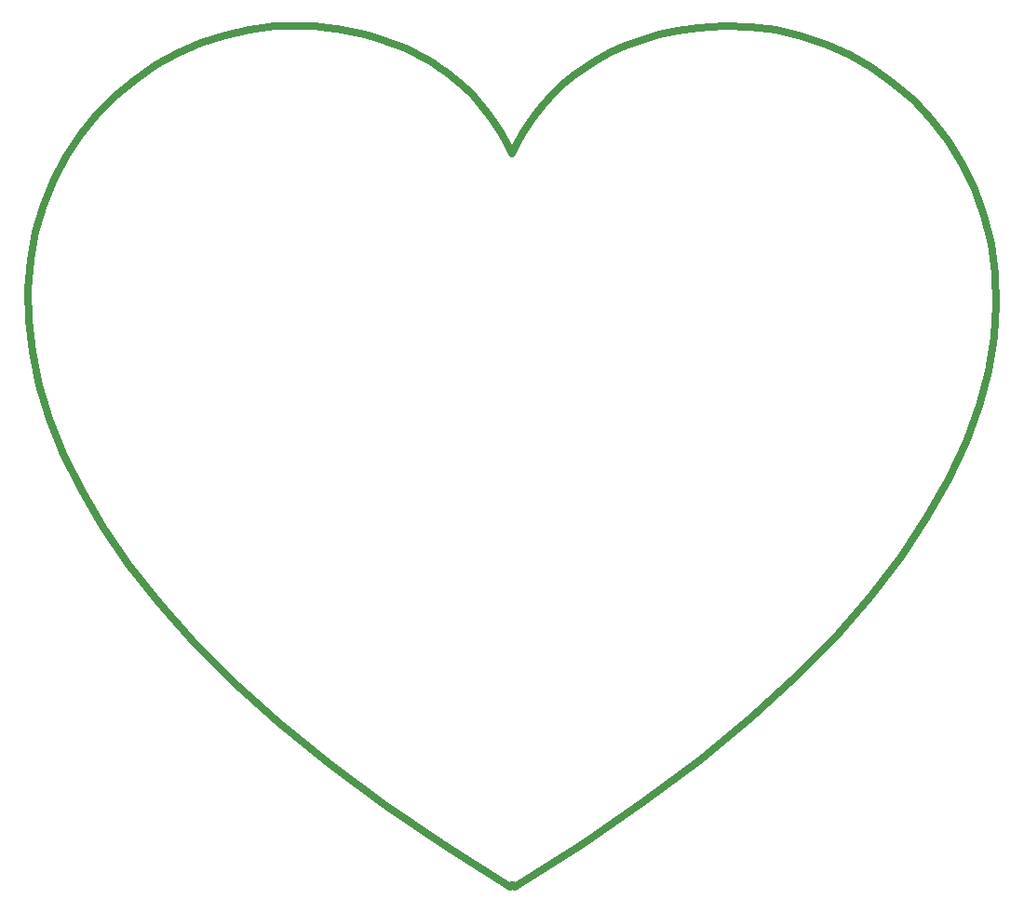
<source format=gbr>
%TF.GenerationSoftware,KiCad,Pcbnew,9.0.7*%
%TF.CreationDate,2026-02-05T19:37:10-05:00*%
%TF.ProjectId,555timerCES,35353574-696d-4657-9243-45532e6b6963,rev?*%
%TF.SameCoordinates,Original*%
%TF.FileFunction,Profile,NP*%
%FSLAX46Y46*%
G04 Gerber Fmt 4.6, Leading zero omitted, Abs format (unit mm)*
G04 Created by KiCad (PCBNEW 9.0.7) date 2026-02-05 19:37:10*
%MOMM*%
%LPD*%
G01*
G04 APERTURE LIST*
%TA.AperFunction,Profile*%
%ADD10C,0.683629*%
%TD*%
G04 APERTURE END LIST*
D10*
X156174690Y-59814459D02*
X156473600Y-59826083D01*
X156772553Y-59841756D01*
X157071569Y-59861392D01*
X157370670Y-59884908D01*
X157669876Y-59912218D01*
X157969209Y-59943240D01*
X158268689Y-59977887D01*
X159187298Y-60103898D01*
X160075589Y-60254278D01*
X160934072Y-60428094D01*
X161763254Y-60624413D01*
X162563643Y-60842305D01*
X163335748Y-61080835D01*
X164080075Y-61339072D01*
X164797134Y-61616084D01*
X165487432Y-61910939D01*
X166151477Y-62222703D01*
X166789777Y-62550445D01*
X167402840Y-62893233D01*
X167991175Y-63250133D01*
X168555288Y-63620215D01*
X169095689Y-64002545D01*
X169612885Y-64396191D01*
X170107384Y-64800221D01*
X170579694Y-65213702D01*
X171459779Y-66065290D01*
X172257204Y-66943497D01*
X172976034Y-67840864D01*
X173620332Y-68749932D01*
X174194161Y-69663244D01*
X174701587Y-70573340D01*
X175146673Y-71472762D01*
X175591759Y-70573339D01*
X176099187Y-69663242D01*
X176673025Y-68749930D01*
X177317338Y-67840861D01*
X178036194Y-66943494D01*
X178833659Y-66065287D01*
X179713800Y-65213699D01*
X180680683Y-64396188D01*
X181738374Y-63620212D01*
X182890941Y-62893231D01*
X184142450Y-62222701D01*
X185496967Y-61616083D01*
X186958559Y-61080833D01*
X188531293Y-60624411D01*
X190219235Y-60254276D01*
X192026452Y-59977884D01*
X194422385Y-59811553D01*
X196806780Y-59889417D01*
X199161972Y-60203887D01*
X201470298Y-60747373D01*
X203714093Y-61512285D01*
X205875695Y-62491035D01*
X207937438Y-63676032D01*
X209881661Y-65059687D01*
X211690698Y-66634411D01*
X213346886Y-68392613D01*
X214832561Y-70326704D01*
X216130060Y-72429095D01*
X217221719Y-74692196D01*
X218089873Y-77108418D01*
X218716860Y-79670170D01*
X219085015Y-82369864D01*
X219176675Y-85199909D01*
X218974175Y-88152717D01*
X218459853Y-91220697D01*
X217616044Y-94396260D01*
X216425085Y-97671816D01*
X214869312Y-101039776D01*
X212931060Y-104492551D01*
X210592667Y-108022550D01*
X207836469Y-111622185D01*
X204644801Y-115283864D01*
X201000000Y-119000000D01*
X196884403Y-122763002D01*
X192280345Y-126565281D01*
X187170163Y-130399248D01*
X181536193Y-134257311D01*
X175360771Y-138131883D01*
X175353262Y-138119956D01*
X175344616Y-138108797D01*
X175334909Y-138098409D01*
X175324218Y-138088789D01*
X175312617Y-138079940D01*
X175300183Y-138071860D01*
X175286991Y-138064549D01*
X175273117Y-138058008D01*
X175258637Y-138052237D01*
X175243627Y-138047235D01*
X175228162Y-138043002D01*
X175212318Y-138039539D01*
X175196172Y-138036846D01*
X175179797Y-138034922D01*
X175163272Y-138033768D01*
X175146670Y-138033383D01*
X175130069Y-138033768D01*
X175113543Y-138034922D01*
X175097169Y-138036846D01*
X175081022Y-138039539D01*
X175065179Y-138043002D01*
X175049714Y-138047235D01*
X175034703Y-138052237D01*
X175020224Y-138058008D01*
X175006350Y-138064549D01*
X174993158Y-138071860D01*
X174980724Y-138079940D01*
X174969123Y-138088789D01*
X174958432Y-138098409D01*
X174948725Y-138108797D01*
X174940079Y-138119956D01*
X174932570Y-138131883D01*
X168941952Y-134378182D01*
X163460003Y-130639722D01*
X158470662Y-126923404D01*
X153957869Y-123236131D01*
X149905564Y-119584805D01*
X146297689Y-115976328D01*
X143118183Y-112417602D01*
X140350987Y-108915528D01*
X137980040Y-105477010D01*
X135989283Y-102108949D01*
X134362657Y-98818247D01*
X133084101Y-95611806D01*
X132137556Y-92496528D01*
X131506962Y-89479316D01*
X131176259Y-86567071D01*
X131129388Y-83766695D01*
X131350288Y-81085090D01*
X131822901Y-78529159D01*
X132531167Y-76105803D01*
X133459024Y-73821925D01*
X134590415Y-71684426D01*
X135909279Y-69700209D01*
X137399556Y-67876175D01*
X139045187Y-66219227D01*
X140830112Y-64736267D01*
X142738272Y-63434196D01*
X144753605Y-62319917D01*
X146860054Y-61400332D01*
X149041557Y-60682342D01*
X151282056Y-60172851D01*
X153565490Y-59878759D01*
X155875800Y-59806970D01*
X155875800Y-59806967D01*
X156174690Y-59814459D01*
M02*

</source>
